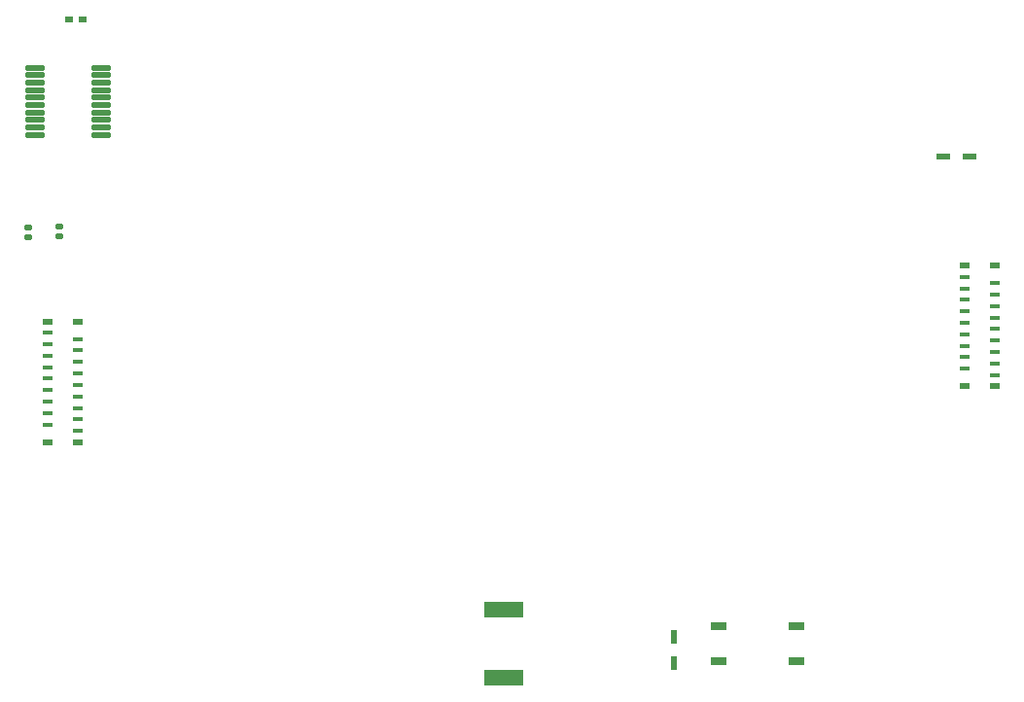
<source format=gtp>
%TF.GenerationSoftware,KiCad,Pcbnew,6.0.10-86aedd382b~118~ubuntu18.04.1*%
%TF.CreationDate,2023-06-08T12:45:09-07:00*%
%TF.ProjectId,1000026_V0.kicad_pcb,31303030-3032-4365-9f56-302e6b696361,rev?*%
%TF.SameCoordinates,Original*%
%TF.FileFunction,Paste,Top*%
%TF.FilePolarity,Positive*%
%FSLAX46Y46*%
G04 Gerber Fmt 4.6, Leading zero omitted, Abs format (unit mm)*
G04 Created by KiCad (PCBNEW 6.0.10-86aedd382b~118~ubuntu18.04.1) date 2023-06-08 12:45:09*
%MOMM*%
%LPD*%
G01*
G04 APERTURE LIST*
G04 Aperture macros list*
%AMRoundRect*
0 Rectangle with rounded corners*
0 $1 Rounding radius*
0 $2 $3 $4 $5 $6 $7 $8 $9 X,Y pos of 4 corners*
0 Add a 4 corners polygon primitive as box body*
4,1,4,$2,$3,$4,$5,$6,$7,$8,$9,$2,$3,0*
0 Add four circle primitives for the rounded corners*
1,1,$1+$1,$2,$3*
1,1,$1+$1,$4,$5*
1,1,$1+$1,$6,$7*
1,1,$1+$1,$8,$9*
0 Add four rect primitives between the rounded corners*
20,1,$1+$1,$2,$3,$4,$5,0*
20,1,$1+$1,$4,$5,$6,$7,0*
20,1,$1+$1,$6,$7,$8,$9,0*
20,1,$1+$1,$8,$9,$2,$3,0*%
G04 Aperture macros list end*
%ADD10R,3.460000X1.330000*%
%ADD11R,0.832200X0.605600*%
%ADD12R,0.850000X0.400000*%
%ADD13RoundRect,0.075600X-0.224400X-0.194400X0.224400X-0.194400X0.224400X0.194400X-0.224400X0.194400X0*%
%ADD14R,1.411198X0.771200*%
%ADD15R,1.157199X0.466400*%
%ADD16R,0.466400X1.157199*%
%ADD17R,0.654800X0.508000*%
%ADD18RoundRect,0.020500X0.764500X0.184500X-0.764500X0.184500X-0.764500X-0.184500X0.764500X-0.184500X0*%
G04 APERTURE END LIST*
D10*
%TO.C,R1*%
X143749800Y-118093200D03*
X143749800Y-112205200D03*
%TD*%
D11*
%TO.C,J2*%
X106663200Y-97612400D03*
X103996200Y-97612400D03*
X103996200Y-87122200D03*
X106663200Y-87122200D03*
D12*
X104020176Y-88057725D03*
X106646842Y-88595355D03*
X104023550Y-89063346D03*
X106646842Y-89595998D03*
X104027535Y-90057910D03*
X106656400Y-90583525D03*
X104027535Y-91068660D03*
X106656400Y-91591846D03*
X104027535Y-92055114D03*
X106652350Y-92592068D03*
X104020647Y-93059999D03*
X106656400Y-93596340D03*
X104020647Y-94068162D03*
X106651537Y-94603175D03*
X104029900Y-95063659D03*
X106657368Y-95594489D03*
X104029900Y-96062532D03*
X106657001Y-96593015D03*
%TD*%
D13*
%TO.C,C3*%
X105039800Y-78829000D03*
X105039800Y-79689000D03*
%TD*%
D14*
%TO.C,SW1*%
X162456900Y-113649200D03*
X169238700Y-113649200D03*
X162456900Y-116649200D03*
X169238700Y-116649200D03*
%TD*%
D13*
%TO.C,C2*%
X102289800Y-78883200D03*
X102289800Y-79743200D03*
%TD*%
D15*
%TO.C,D3*%
X181989500Y-72731200D03*
X184250100Y-72731200D03*
%TD*%
D16*
%TO.C,D1*%
X158539800Y-116818500D03*
X158539800Y-114557900D03*
%TD*%
D17*
%TO.C,R2*%
X105911000Y-60793200D03*
X107023000Y-60793200D03*
%TD*%
D11*
%TO.C,J9*%
X186492125Y-82180000D03*
X183825125Y-92670200D03*
X183825125Y-82180000D03*
X186492125Y-92670200D03*
D12*
X186468149Y-91734675D03*
X183841483Y-91197045D03*
X186464775Y-90729054D03*
X183841483Y-90196402D03*
X186460790Y-89734490D03*
X183831925Y-89208875D03*
X186460790Y-88723740D03*
X183831925Y-88200554D03*
X186460790Y-87737286D03*
X183835975Y-87200332D03*
X186467678Y-86732401D03*
X183831925Y-86196060D03*
X186467678Y-85724238D03*
X183836788Y-85189225D03*
X186458425Y-84728741D03*
X183830957Y-84197911D03*
X186458425Y-83729868D03*
X183831324Y-83199385D03*
%TD*%
D18*
%TO.C,U1*%
X108673300Y-70830200D03*
X108673300Y-70180200D03*
X108673300Y-69530200D03*
X108673300Y-68880200D03*
X108673300Y-68230200D03*
X108673300Y-67580200D03*
X108673300Y-66930200D03*
X108673300Y-66280200D03*
X108673300Y-65630200D03*
X108673300Y-64980200D03*
X102933300Y-64980200D03*
X102933300Y-65630200D03*
X102933300Y-66280200D03*
X102933300Y-66930200D03*
X102933300Y-67580200D03*
X102933300Y-68230200D03*
X102933300Y-68880200D03*
X102933300Y-69530200D03*
X102933300Y-70180200D03*
X102933300Y-70830200D03*
%TD*%
M02*

</source>
